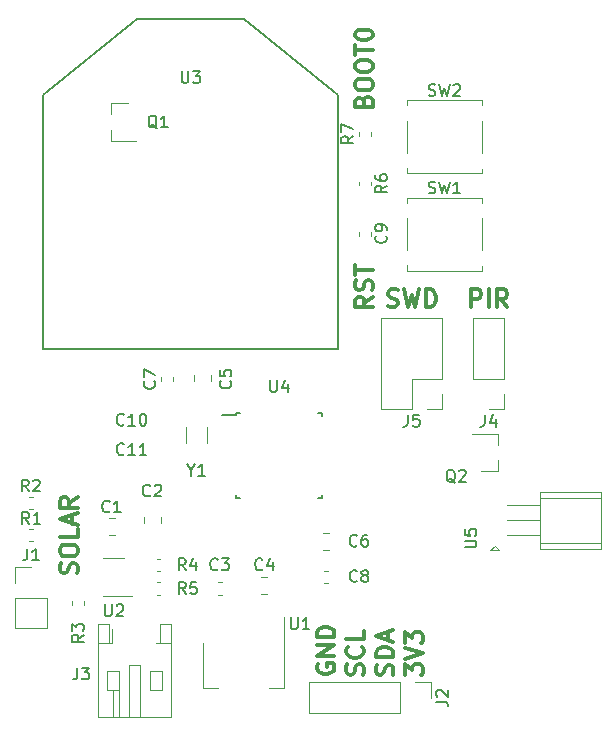
<source format=gto>
G04 #@! TF.GenerationSoftware,KiCad,Pcbnew,(5.0.1-3-g963ef8bb5)*
G04 #@! TF.CreationDate,2018-11-27T14:45:56+00:00*
G04 #@! TF.ProjectId,xbee-sensor,786265652D73656E736F722E6B696361,rev?*
G04 #@! TF.SameCoordinates,Original*
G04 #@! TF.FileFunction,Legend,Top*
G04 #@! TF.FilePolarity,Positive*
%FSLAX46Y46*%
G04 Gerber Fmt 4.6, Leading zero omitted, Abs format (unit mm)*
G04 Created by KiCad (PCBNEW (5.0.1-3-g963ef8bb5)) date Tuesday, 27 November 2018 at 14:45:56*
%MOMM*%
%LPD*%
G01*
G04 APERTURE LIST*
%ADD10C,0.300000*%
%ADD11C,0.120000*%
%ADD12C,0.150000*%
G04 APERTURE END LIST*
D10*
X141857142Y-151321428D02*
X141928571Y-151107142D01*
X141928571Y-150750000D01*
X141857142Y-150607142D01*
X141785714Y-150535714D01*
X141642857Y-150464285D01*
X141500000Y-150464285D01*
X141357142Y-150535714D01*
X141285714Y-150607142D01*
X141214285Y-150750000D01*
X141142857Y-151035714D01*
X141071428Y-151178571D01*
X141000000Y-151250000D01*
X140857142Y-151321428D01*
X140714285Y-151321428D01*
X140571428Y-151250000D01*
X140500000Y-151178571D01*
X140428571Y-151035714D01*
X140428571Y-150678571D01*
X140500000Y-150464285D01*
X141928571Y-149821428D02*
X140428571Y-149821428D01*
X140428571Y-149464285D01*
X140500000Y-149250000D01*
X140642857Y-149107142D01*
X140785714Y-149035714D01*
X141071428Y-148964285D01*
X141285714Y-148964285D01*
X141571428Y-149035714D01*
X141714285Y-149107142D01*
X141857142Y-149250000D01*
X141928571Y-149464285D01*
X141928571Y-149821428D01*
X141500000Y-148392857D02*
X141500000Y-147678571D01*
X141928571Y-148535714D02*
X140428571Y-148035714D01*
X141928571Y-147535714D01*
X139357142Y-151285714D02*
X139428571Y-151071428D01*
X139428571Y-150714285D01*
X139357142Y-150571428D01*
X139285714Y-150500000D01*
X139142857Y-150428571D01*
X139000000Y-150428571D01*
X138857142Y-150500000D01*
X138785714Y-150571428D01*
X138714285Y-150714285D01*
X138642857Y-151000000D01*
X138571428Y-151142857D01*
X138500000Y-151214285D01*
X138357142Y-151285714D01*
X138214285Y-151285714D01*
X138071428Y-151214285D01*
X138000000Y-151142857D01*
X137928571Y-151000000D01*
X137928571Y-150642857D01*
X138000000Y-150428571D01*
X139285714Y-148928571D02*
X139357142Y-149000000D01*
X139428571Y-149214285D01*
X139428571Y-149357142D01*
X139357142Y-149571428D01*
X139214285Y-149714285D01*
X139071428Y-149785714D01*
X138785714Y-149857142D01*
X138571428Y-149857142D01*
X138285714Y-149785714D01*
X138142857Y-149714285D01*
X138000000Y-149571428D01*
X137928571Y-149357142D01*
X137928571Y-149214285D01*
X138000000Y-149000000D01*
X138071428Y-148928571D01*
X139428571Y-147571428D02*
X139428571Y-148285714D01*
X137928571Y-148285714D01*
X142928571Y-151357142D02*
X142928571Y-150428571D01*
X143500000Y-150928571D01*
X143500000Y-150714285D01*
X143571428Y-150571428D01*
X143642857Y-150500000D01*
X143785714Y-150428571D01*
X144142857Y-150428571D01*
X144285714Y-150500000D01*
X144357142Y-150571428D01*
X144428571Y-150714285D01*
X144428571Y-151142857D01*
X144357142Y-151285714D01*
X144285714Y-151357142D01*
X142928571Y-150000000D02*
X144428571Y-149500000D01*
X142928571Y-149000000D01*
X142928571Y-148642857D02*
X142928571Y-147714285D01*
X143500000Y-148214285D01*
X143500000Y-148000000D01*
X143571428Y-147857142D01*
X143642857Y-147785714D01*
X143785714Y-147714285D01*
X144142857Y-147714285D01*
X144285714Y-147785714D01*
X144357142Y-147857142D01*
X144428571Y-148000000D01*
X144428571Y-148428571D01*
X144357142Y-148571428D01*
X144285714Y-148642857D01*
X135500000Y-150392857D02*
X135428571Y-150535714D01*
X135428571Y-150750000D01*
X135500000Y-150964285D01*
X135642857Y-151107142D01*
X135785714Y-151178571D01*
X136071428Y-151250000D01*
X136285714Y-151250000D01*
X136571428Y-151178571D01*
X136714285Y-151107142D01*
X136857142Y-150964285D01*
X136928571Y-150750000D01*
X136928571Y-150607142D01*
X136857142Y-150392857D01*
X136785714Y-150321428D01*
X136285714Y-150321428D01*
X136285714Y-150607142D01*
X136928571Y-149678571D02*
X135428571Y-149678571D01*
X136928571Y-148821428D01*
X135428571Y-148821428D01*
X136928571Y-148107142D02*
X135428571Y-148107142D01*
X135428571Y-147750000D01*
X135500000Y-147535714D01*
X135642857Y-147392857D01*
X135785714Y-147321428D01*
X136071428Y-147250000D01*
X136285714Y-147250000D01*
X136571428Y-147321428D01*
X136714285Y-147392857D01*
X136857142Y-147535714D01*
X136928571Y-147750000D01*
X136928571Y-148107142D01*
X140178571Y-119321428D02*
X139464285Y-119821428D01*
X140178571Y-120178571D02*
X138678571Y-120178571D01*
X138678571Y-119607142D01*
X138750000Y-119464285D01*
X138821428Y-119392857D01*
X138964285Y-119321428D01*
X139178571Y-119321428D01*
X139321428Y-119392857D01*
X139392857Y-119464285D01*
X139464285Y-119607142D01*
X139464285Y-120178571D01*
X140107142Y-118750000D02*
X140178571Y-118535714D01*
X140178571Y-118178571D01*
X140107142Y-118035714D01*
X140035714Y-117964285D01*
X139892857Y-117892857D01*
X139750000Y-117892857D01*
X139607142Y-117964285D01*
X139535714Y-118035714D01*
X139464285Y-118178571D01*
X139392857Y-118464285D01*
X139321428Y-118607142D01*
X139250000Y-118678571D01*
X139107142Y-118750000D01*
X138964285Y-118750000D01*
X138821428Y-118678571D01*
X138750000Y-118607142D01*
X138678571Y-118464285D01*
X138678571Y-118107142D01*
X138750000Y-117892857D01*
X138678571Y-117464285D02*
X138678571Y-116607142D01*
X140178571Y-117035714D02*
X138678571Y-117035714D01*
X139392857Y-102750000D02*
X139464285Y-102535714D01*
X139535714Y-102464285D01*
X139678571Y-102392857D01*
X139892857Y-102392857D01*
X140035714Y-102464285D01*
X140107142Y-102535714D01*
X140178571Y-102678571D01*
X140178571Y-103250000D01*
X138678571Y-103250000D01*
X138678571Y-102750000D01*
X138750000Y-102607142D01*
X138821428Y-102535714D01*
X138964285Y-102464285D01*
X139107142Y-102464285D01*
X139250000Y-102535714D01*
X139321428Y-102607142D01*
X139392857Y-102750000D01*
X139392857Y-103250000D01*
X138678571Y-101464285D02*
X138678571Y-101178571D01*
X138750000Y-101035714D01*
X138892857Y-100892857D01*
X139178571Y-100821428D01*
X139678571Y-100821428D01*
X139964285Y-100892857D01*
X140107142Y-101035714D01*
X140178571Y-101178571D01*
X140178571Y-101464285D01*
X140107142Y-101607142D01*
X139964285Y-101750000D01*
X139678571Y-101821428D01*
X139178571Y-101821428D01*
X138892857Y-101750000D01*
X138750000Y-101607142D01*
X138678571Y-101464285D01*
X138678571Y-99892857D02*
X138678571Y-99607142D01*
X138750000Y-99464285D01*
X138892857Y-99321428D01*
X139178571Y-99250000D01*
X139678571Y-99250000D01*
X139964285Y-99321428D01*
X140107142Y-99464285D01*
X140178571Y-99607142D01*
X140178571Y-99892857D01*
X140107142Y-100035714D01*
X139964285Y-100178571D01*
X139678571Y-100250000D01*
X139178571Y-100250000D01*
X138892857Y-100178571D01*
X138750000Y-100035714D01*
X138678571Y-99892857D01*
X138678571Y-98821428D02*
X138678571Y-97964285D01*
X140178571Y-98392857D02*
X138678571Y-98392857D01*
X138678571Y-97178571D02*
X138678571Y-97035714D01*
X138750000Y-96892857D01*
X138821428Y-96821428D01*
X138964285Y-96750000D01*
X139250000Y-96678571D01*
X139607142Y-96678571D01*
X139892857Y-96750000D01*
X140035714Y-96821428D01*
X140107142Y-96892857D01*
X140178571Y-97035714D01*
X140178571Y-97178571D01*
X140107142Y-97321428D01*
X140035714Y-97392857D01*
X139892857Y-97464285D01*
X139607142Y-97535714D01*
X139250000Y-97535714D01*
X138964285Y-97464285D01*
X138821428Y-97392857D01*
X138750000Y-97321428D01*
X138678571Y-97178571D01*
X115107142Y-142714285D02*
X115178571Y-142500000D01*
X115178571Y-142142857D01*
X115107142Y-142000000D01*
X115035714Y-141928571D01*
X114892857Y-141857142D01*
X114750000Y-141857142D01*
X114607142Y-141928571D01*
X114535714Y-142000000D01*
X114464285Y-142142857D01*
X114392857Y-142428571D01*
X114321428Y-142571428D01*
X114250000Y-142642857D01*
X114107142Y-142714285D01*
X113964285Y-142714285D01*
X113821428Y-142642857D01*
X113750000Y-142571428D01*
X113678571Y-142428571D01*
X113678571Y-142071428D01*
X113750000Y-141857142D01*
X113678571Y-140928571D02*
X113678571Y-140642857D01*
X113750000Y-140500000D01*
X113892857Y-140357142D01*
X114178571Y-140285714D01*
X114678571Y-140285714D01*
X114964285Y-140357142D01*
X115107142Y-140500000D01*
X115178571Y-140642857D01*
X115178571Y-140928571D01*
X115107142Y-141071428D01*
X114964285Y-141214285D01*
X114678571Y-141285714D01*
X114178571Y-141285714D01*
X113892857Y-141214285D01*
X113750000Y-141071428D01*
X113678571Y-140928571D01*
X115178571Y-138928571D02*
X115178571Y-139642857D01*
X113678571Y-139642857D01*
X114750000Y-138500000D02*
X114750000Y-137785714D01*
X115178571Y-138642857D02*
X113678571Y-138142857D01*
X115178571Y-137642857D01*
X115178571Y-136285714D02*
X114464285Y-136785714D01*
X115178571Y-137142857D02*
X113678571Y-137142857D01*
X113678571Y-136571428D01*
X113750000Y-136428571D01*
X113821428Y-136357142D01*
X113964285Y-136285714D01*
X114178571Y-136285714D01*
X114321428Y-136357142D01*
X114392857Y-136428571D01*
X114464285Y-136571428D01*
X114464285Y-137142857D01*
X141464285Y-120107142D02*
X141678571Y-120178571D01*
X142035714Y-120178571D01*
X142178571Y-120107142D01*
X142250000Y-120035714D01*
X142321428Y-119892857D01*
X142321428Y-119750000D01*
X142250000Y-119607142D01*
X142178571Y-119535714D01*
X142035714Y-119464285D01*
X141750000Y-119392857D01*
X141607142Y-119321428D01*
X141535714Y-119250000D01*
X141464285Y-119107142D01*
X141464285Y-118964285D01*
X141535714Y-118821428D01*
X141607142Y-118750000D01*
X141750000Y-118678571D01*
X142107142Y-118678571D01*
X142321428Y-118750000D01*
X142821428Y-118678571D02*
X143178571Y-120178571D01*
X143464285Y-119107142D01*
X143750000Y-120178571D01*
X144107142Y-118678571D01*
X144678571Y-120178571D02*
X144678571Y-118678571D01*
X145035714Y-118678571D01*
X145250000Y-118750000D01*
X145392857Y-118892857D01*
X145464285Y-119035714D01*
X145535714Y-119321428D01*
X145535714Y-119535714D01*
X145464285Y-119821428D01*
X145392857Y-119964285D01*
X145250000Y-120107142D01*
X145035714Y-120178571D01*
X144678571Y-120178571D01*
X148500000Y-120178571D02*
X148500000Y-118678571D01*
X149071428Y-118678571D01*
X149214285Y-118750000D01*
X149285714Y-118821428D01*
X149357142Y-118964285D01*
X149357142Y-119178571D01*
X149285714Y-119321428D01*
X149214285Y-119392857D01*
X149071428Y-119464285D01*
X148500000Y-119464285D01*
X150000000Y-120178571D02*
X150000000Y-118678571D01*
X151571428Y-120178571D02*
X151071428Y-119464285D01*
X150714285Y-120178571D02*
X150714285Y-118678571D01*
X151285714Y-118678571D01*
X151428571Y-118750000D01*
X151500000Y-118821428D01*
X151571428Y-118964285D01*
X151571428Y-119178571D01*
X151500000Y-119321428D01*
X151428571Y-119392857D01*
X151285714Y-119464285D01*
X150714285Y-119464285D01*
D11*
G04 #@! TO.C,C1*
X117803922Y-138040000D02*
X118321078Y-138040000D01*
X117803922Y-139460000D02*
X118321078Y-139460000D01*
G04 #@! TO.C,C2*
X122210000Y-138446078D02*
X122210000Y-137928922D01*
X120790000Y-138446078D02*
X120790000Y-137928922D01*
G04 #@! TO.C,C3*
X127375279Y-144510000D02*
X127049721Y-144510000D01*
X127375279Y-143490000D02*
X127049721Y-143490000D01*
G04 #@! TO.C,C4*
X130741422Y-143040000D02*
X131258578Y-143040000D01*
X130741422Y-144460000D02*
X131258578Y-144460000D01*
G04 #@! TO.C,C5*
X126460000Y-126446078D02*
X126460000Y-125928922D01*
X125040000Y-126446078D02*
X125040000Y-125928922D01*
G04 #@! TO.C,C7*
X123260000Y-126450279D02*
X123260000Y-126124721D01*
X122240000Y-126450279D02*
X122240000Y-126124721D01*
G04 #@! TO.C,J1*
X109920000Y-147370000D02*
X112580000Y-147370000D01*
X109920000Y-144770000D02*
X109920000Y-147370000D01*
X112580000Y-144770000D02*
X112580000Y-147370000D01*
X109920000Y-144770000D02*
X112580000Y-144770000D01*
X109920000Y-143500000D02*
X109920000Y-142170000D01*
X109920000Y-142170000D02*
X111250000Y-142170000D01*
G04 #@! TO.C,J2*
X134800000Y-151920000D02*
X134800000Y-154580000D01*
X142480000Y-151920000D02*
X134800000Y-151920000D01*
X142480000Y-154580000D02*
X134800000Y-154580000D01*
X142480000Y-151920000D02*
X142480000Y-154580000D01*
X143750000Y-151920000D02*
X145080000Y-151920000D01*
X145080000Y-151920000D02*
X145080000Y-153250000D01*
G04 #@! TO.C,J3*
X118140000Y-148640000D02*
X117860000Y-148640000D01*
X117860000Y-148640000D02*
X117860000Y-147040000D01*
X117860000Y-147040000D02*
X116940000Y-147040000D01*
X116940000Y-147040000D02*
X116940000Y-154860000D01*
X116940000Y-154860000D02*
X123060000Y-154860000D01*
X123060000Y-154860000D02*
X123060000Y-147040000D01*
X123060000Y-147040000D02*
X122140000Y-147040000D01*
X122140000Y-147040000D02*
X122140000Y-148640000D01*
X122140000Y-148640000D02*
X121860000Y-148640000D01*
X119500000Y-154860000D02*
X119500000Y-150500000D01*
X119500000Y-150500000D02*
X120500000Y-150500000D01*
X120500000Y-150500000D02*
X120500000Y-154860000D01*
X116940000Y-148640000D02*
X117860000Y-148640000D01*
X123060000Y-148640000D02*
X122140000Y-148640000D01*
X117700000Y-151000000D02*
X117700000Y-152600000D01*
X117700000Y-152600000D02*
X118700000Y-152600000D01*
X118700000Y-152600000D02*
X118700000Y-151000000D01*
X118700000Y-151000000D02*
X117700000Y-151000000D01*
X122300000Y-151000000D02*
X122300000Y-152600000D01*
X122300000Y-152600000D02*
X121300000Y-152600000D01*
X121300000Y-152600000D02*
X121300000Y-151000000D01*
X121300000Y-151000000D02*
X122300000Y-151000000D01*
X118700000Y-152600000D02*
X118700000Y-154860000D01*
X118200000Y-152600000D02*
X118200000Y-154860000D01*
X118140000Y-148640000D02*
X118140000Y-147425000D01*
G04 #@! TO.C,J4*
X151330000Y-121090000D02*
X148670000Y-121090000D01*
X151330000Y-126230000D02*
X151330000Y-121090000D01*
X148670000Y-126230000D02*
X148670000Y-121090000D01*
X151330000Y-126230000D02*
X148670000Y-126230000D01*
X151330000Y-127500000D02*
X151330000Y-128830000D01*
X151330000Y-128830000D02*
X150000000Y-128830000D01*
G04 #@! TO.C,J5*
X146080000Y-121090000D02*
X140880000Y-121090000D01*
X146080000Y-126230000D02*
X146080000Y-121090000D01*
X140880000Y-128830000D02*
X140880000Y-121090000D01*
X146080000Y-126230000D02*
X143480000Y-126230000D01*
X143480000Y-126230000D02*
X143480000Y-128830000D01*
X143480000Y-128830000D02*
X140880000Y-128830000D01*
X146080000Y-127500000D02*
X146080000Y-128830000D01*
X146080000Y-128830000D02*
X144750000Y-128830000D01*
G04 #@! TO.C,Q1*
X117990000Y-102920000D02*
X117990000Y-103850000D01*
X117990000Y-106080000D02*
X117990000Y-105150000D01*
X117990000Y-106080000D02*
X120150000Y-106080000D01*
X117990000Y-102920000D02*
X119450000Y-102920000D01*
G04 #@! TO.C,Q2*
X150760000Y-134080000D02*
X149300000Y-134080000D01*
X150760000Y-130920000D02*
X148600000Y-130920000D01*
X150760000Y-130920000D02*
X150760000Y-131850000D01*
X150760000Y-134080000D02*
X150760000Y-133150000D01*
G04 #@! TO.C,R1*
X111087221Y-140010000D02*
X111412779Y-140010000D01*
X111087221Y-138990000D02*
X111412779Y-138990000D01*
G04 #@! TO.C,R2*
X111049721Y-136240000D02*
X111375279Y-136240000D01*
X111049721Y-137260000D02*
X111375279Y-137260000D01*
G04 #@! TO.C,R3*
X114740000Y-145049721D02*
X114740000Y-145375279D01*
X115760000Y-145049721D02*
X115760000Y-145375279D01*
G04 #@! TO.C,R4*
X121874721Y-141490000D02*
X122200279Y-141490000D01*
X121874721Y-142510000D02*
X122200279Y-142510000D01*
G04 #@! TO.C,R5*
X122200279Y-144510000D02*
X121874721Y-144510000D01*
X122200279Y-143490000D02*
X121874721Y-143490000D01*
G04 #@! TO.C,R6*
X140010000Y-109549721D02*
X140010000Y-109875279D01*
X138990000Y-109549721D02*
X138990000Y-109875279D01*
G04 #@! TO.C,R7*
X140010000Y-105700279D02*
X140010000Y-105374721D01*
X138990000Y-105700279D02*
X138990000Y-105374721D01*
G04 #@! TO.C,SW1*
X143100000Y-116650000D02*
X143100000Y-117100000D01*
X143100000Y-117100000D02*
X149400000Y-117100000D01*
X149400000Y-117100000D02*
X149400000Y-116700000D01*
X143100000Y-115350000D02*
X143100000Y-112650000D01*
X149400000Y-112650000D02*
X149400000Y-115350000D01*
X143100000Y-110900000D02*
X149400000Y-110900000D01*
X149400000Y-110900000D02*
X149400000Y-111350000D01*
X143100000Y-111350000D02*
X143100000Y-110900000D01*
G04 #@! TO.C,SW2*
X143100000Y-103100000D02*
X143100000Y-102650000D01*
X149400000Y-102650000D02*
X149400000Y-103100000D01*
X143100000Y-102650000D02*
X149400000Y-102650000D01*
X149400000Y-104400000D02*
X149400000Y-107100000D01*
X143100000Y-107100000D02*
X143100000Y-104400000D01*
X149400000Y-108850000D02*
X149400000Y-108450000D01*
X143100000Y-108850000D02*
X149400000Y-108850000D01*
X143100000Y-108400000D02*
X143100000Y-108850000D01*
G04 #@! TO.C,U1*
X125840000Y-152410000D02*
X127100000Y-152410000D01*
X132660000Y-152410000D02*
X131400000Y-152410000D01*
X125840000Y-148650000D02*
X125840000Y-152410000D01*
X132660000Y-146400000D02*
X132660000Y-152410000D01*
G04 #@! TO.C,U2*
X119150000Y-141390000D02*
X117350000Y-141390000D01*
X117350000Y-144610000D02*
X119800000Y-144610000D01*
D12*
G04 #@! TO.C,U3*
X112250000Y-123750000D02*
X112250000Y-102250000D01*
X112250000Y-102250000D02*
X120250000Y-95750000D01*
X120250000Y-95750000D02*
X129250000Y-95750000D01*
X129250000Y-95750000D02*
X137250000Y-102250000D01*
X137250000Y-102250000D02*
X137250000Y-123750000D01*
X137250000Y-123750000D02*
X112250000Y-123750000D01*
G04 #@! TO.C,U4*
X128625000Y-129125000D02*
X128625000Y-129350000D01*
X135875000Y-129125000D02*
X135875000Y-129425000D01*
X135875000Y-136375000D02*
X135875000Y-136075000D01*
X128625000Y-136375000D02*
X128625000Y-136075000D01*
X128625000Y-129125000D02*
X128925000Y-129125000D01*
X128625000Y-136375000D02*
X128925000Y-136375000D01*
X135875000Y-136375000D02*
X135575000Y-136375000D01*
X135875000Y-129125000D02*
X135575000Y-129125000D01*
X128625000Y-129350000D02*
X127400000Y-129350000D01*
D11*
G04 #@! TO.C,Y1*
X124375000Y-130325000D02*
X124375000Y-131675000D01*
X126125000Y-130325000D02*
X126125000Y-131675000D01*
G04 #@! TO.C,U5*
X150881000Y-140770000D02*
X150500000Y-140389000D01*
X150119000Y-140770000D02*
X150881000Y-140770000D01*
X150500000Y-140389000D02*
X150119000Y-140770000D01*
X154310000Y-136325000D02*
X159517000Y-136325000D01*
X154310000Y-140135000D02*
X159517000Y-140135000D01*
X151520000Y-139500000D02*
X154310000Y-139500000D01*
X151520000Y-138230000D02*
X154310000Y-138230000D01*
X151520000Y-136960000D02*
X154310000Y-136960000D01*
X154310000Y-140630000D02*
X154310000Y-135830000D01*
X154310000Y-135830000D02*
X159500000Y-135830000D01*
X159500000Y-135830000D02*
X159500000Y-140630000D01*
X159500000Y-140630000D02*
X154310000Y-140630000D01*
G04 #@! TO.C,C6*
X136446078Y-140710000D02*
X135928922Y-140710000D01*
X136446078Y-139290000D02*
X135928922Y-139290000D01*
G04 #@! TO.C,C8*
X136375279Y-142490000D02*
X136049721Y-142490000D01*
X136375279Y-143510000D02*
X136049721Y-143510000D01*
G04 #@! TO.C,C9*
X140010000Y-113799721D02*
X140010000Y-114125279D01*
X138990000Y-113799721D02*
X138990000Y-114125279D01*
G04 #@! TO.C,C1*
D12*
X117895833Y-137457142D02*
X117848214Y-137504761D01*
X117705357Y-137552380D01*
X117610119Y-137552380D01*
X117467261Y-137504761D01*
X117372023Y-137409523D01*
X117324404Y-137314285D01*
X117276785Y-137123809D01*
X117276785Y-136980952D01*
X117324404Y-136790476D01*
X117372023Y-136695238D01*
X117467261Y-136600000D01*
X117610119Y-136552380D01*
X117705357Y-136552380D01*
X117848214Y-136600000D01*
X117895833Y-136647619D01*
X118848214Y-137552380D02*
X118276785Y-137552380D01*
X118562500Y-137552380D02*
X118562500Y-136552380D01*
X118467261Y-136695238D01*
X118372023Y-136790476D01*
X118276785Y-136838095D01*
G04 #@! TO.C,C2*
X121333333Y-136107142D02*
X121285714Y-136154761D01*
X121142857Y-136202380D01*
X121047619Y-136202380D01*
X120904761Y-136154761D01*
X120809523Y-136059523D01*
X120761904Y-135964285D01*
X120714285Y-135773809D01*
X120714285Y-135630952D01*
X120761904Y-135440476D01*
X120809523Y-135345238D01*
X120904761Y-135250000D01*
X121047619Y-135202380D01*
X121142857Y-135202380D01*
X121285714Y-135250000D01*
X121333333Y-135297619D01*
X121714285Y-135297619D02*
X121761904Y-135250000D01*
X121857142Y-135202380D01*
X122095238Y-135202380D01*
X122190476Y-135250000D01*
X122238095Y-135297619D01*
X122285714Y-135392857D01*
X122285714Y-135488095D01*
X122238095Y-135630952D01*
X121666666Y-136202380D01*
X122285714Y-136202380D01*
G04 #@! TO.C,C3*
X127045833Y-142357142D02*
X126998214Y-142404761D01*
X126855357Y-142452380D01*
X126760119Y-142452380D01*
X126617261Y-142404761D01*
X126522023Y-142309523D01*
X126474404Y-142214285D01*
X126426785Y-142023809D01*
X126426785Y-141880952D01*
X126474404Y-141690476D01*
X126522023Y-141595238D01*
X126617261Y-141500000D01*
X126760119Y-141452380D01*
X126855357Y-141452380D01*
X126998214Y-141500000D01*
X127045833Y-141547619D01*
X127379166Y-141452380D02*
X127998214Y-141452380D01*
X127664880Y-141833333D01*
X127807738Y-141833333D01*
X127902976Y-141880952D01*
X127950595Y-141928571D01*
X127998214Y-142023809D01*
X127998214Y-142261904D01*
X127950595Y-142357142D01*
X127902976Y-142404761D01*
X127807738Y-142452380D01*
X127522023Y-142452380D01*
X127426785Y-142404761D01*
X127379166Y-142357142D01*
G04 #@! TO.C,C4*
X130833333Y-142357142D02*
X130785714Y-142404761D01*
X130642857Y-142452380D01*
X130547619Y-142452380D01*
X130404761Y-142404761D01*
X130309523Y-142309523D01*
X130261904Y-142214285D01*
X130214285Y-142023809D01*
X130214285Y-141880952D01*
X130261904Y-141690476D01*
X130309523Y-141595238D01*
X130404761Y-141500000D01*
X130547619Y-141452380D01*
X130642857Y-141452380D01*
X130785714Y-141500000D01*
X130833333Y-141547619D01*
X131690476Y-141785714D02*
X131690476Y-142452380D01*
X131452380Y-141404761D02*
X131214285Y-142119047D01*
X131833333Y-142119047D01*
G04 #@! TO.C,C5*
X128107142Y-126416666D02*
X128154761Y-126464285D01*
X128202380Y-126607142D01*
X128202380Y-126702380D01*
X128154761Y-126845238D01*
X128059523Y-126940476D01*
X127964285Y-126988095D01*
X127773809Y-127035714D01*
X127630952Y-127035714D01*
X127440476Y-126988095D01*
X127345238Y-126940476D01*
X127250000Y-126845238D01*
X127202380Y-126702380D01*
X127202380Y-126607142D01*
X127250000Y-126464285D01*
X127297619Y-126416666D01*
X127202380Y-125511904D02*
X127202380Y-125988095D01*
X127678571Y-126035714D01*
X127630952Y-125988095D01*
X127583333Y-125892857D01*
X127583333Y-125654761D01*
X127630952Y-125559523D01*
X127678571Y-125511904D01*
X127773809Y-125464285D01*
X128011904Y-125464285D01*
X128107142Y-125511904D01*
X128154761Y-125559523D01*
X128202380Y-125654761D01*
X128202380Y-125892857D01*
X128154761Y-125988095D01*
X128107142Y-126035714D01*
G04 #@! TO.C,C7*
X121677142Y-126454166D02*
X121724761Y-126501785D01*
X121772380Y-126644642D01*
X121772380Y-126739880D01*
X121724761Y-126882738D01*
X121629523Y-126977976D01*
X121534285Y-127025595D01*
X121343809Y-127073214D01*
X121200952Y-127073214D01*
X121010476Y-127025595D01*
X120915238Y-126977976D01*
X120820000Y-126882738D01*
X120772380Y-126739880D01*
X120772380Y-126644642D01*
X120820000Y-126501785D01*
X120867619Y-126454166D01*
X120772380Y-126120833D02*
X120772380Y-125454166D01*
X121772380Y-125882738D01*
G04 #@! TO.C,J1*
X110916666Y-140622380D02*
X110916666Y-141336666D01*
X110869047Y-141479523D01*
X110773809Y-141574761D01*
X110630952Y-141622380D01*
X110535714Y-141622380D01*
X111916666Y-141622380D02*
X111345238Y-141622380D01*
X111630952Y-141622380D02*
X111630952Y-140622380D01*
X111535714Y-140765238D01*
X111440476Y-140860476D01*
X111345238Y-140908095D01*
G04 #@! TO.C,J2*
X145532380Y-153583333D02*
X146246666Y-153583333D01*
X146389523Y-153630952D01*
X146484761Y-153726190D01*
X146532380Y-153869047D01*
X146532380Y-153964285D01*
X145627619Y-153154761D02*
X145580000Y-153107142D01*
X145532380Y-153011904D01*
X145532380Y-152773809D01*
X145580000Y-152678571D01*
X145627619Y-152630952D01*
X145722857Y-152583333D01*
X145818095Y-152583333D01*
X145960952Y-152630952D01*
X146532380Y-153202380D01*
X146532380Y-152583333D01*
G04 #@! TO.C,J3*
X115166666Y-150702380D02*
X115166666Y-151416666D01*
X115119047Y-151559523D01*
X115023809Y-151654761D01*
X114880952Y-151702380D01*
X114785714Y-151702380D01*
X115547619Y-150702380D02*
X116166666Y-150702380D01*
X115833333Y-151083333D01*
X115976190Y-151083333D01*
X116071428Y-151130952D01*
X116119047Y-151178571D01*
X116166666Y-151273809D01*
X116166666Y-151511904D01*
X116119047Y-151607142D01*
X116071428Y-151654761D01*
X115976190Y-151702380D01*
X115690476Y-151702380D01*
X115595238Y-151654761D01*
X115547619Y-151607142D01*
G04 #@! TO.C,J4*
X149666666Y-129282380D02*
X149666666Y-129996666D01*
X149619047Y-130139523D01*
X149523809Y-130234761D01*
X149380952Y-130282380D01*
X149285714Y-130282380D01*
X150571428Y-129615714D02*
X150571428Y-130282380D01*
X150333333Y-129234761D02*
X150095238Y-129949047D01*
X150714285Y-129949047D01*
G04 #@! TO.C,J5*
X143146666Y-129282380D02*
X143146666Y-129996666D01*
X143099047Y-130139523D01*
X143003809Y-130234761D01*
X142860952Y-130282380D01*
X142765714Y-130282380D01*
X144099047Y-129282380D02*
X143622857Y-129282380D01*
X143575238Y-129758571D01*
X143622857Y-129710952D01*
X143718095Y-129663333D01*
X143956190Y-129663333D01*
X144051428Y-129710952D01*
X144099047Y-129758571D01*
X144146666Y-129853809D01*
X144146666Y-130091904D01*
X144099047Y-130187142D01*
X144051428Y-130234761D01*
X143956190Y-130282380D01*
X143718095Y-130282380D01*
X143622857Y-130234761D01*
X143575238Y-130187142D01*
G04 #@! TO.C,Q1*
X121904761Y-105047619D02*
X121809523Y-105000000D01*
X121714285Y-104904761D01*
X121571428Y-104761904D01*
X121476190Y-104714285D01*
X121380952Y-104714285D01*
X121428571Y-104952380D02*
X121333333Y-104904761D01*
X121238095Y-104809523D01*
X121190476Y-104619047D01*
X121190476Y-104285714D01*
X121238095Y-104095238D01*
X121333333Y-104000000D01*
X121428571Y-103952380D01*
X121619047Y-103952380D01*
X121714285Y-104000000D01*
X121809523Y-104095238D01*
X121857142Y-104285714D01*
X121857142Y-104619047D01*
X121809523Y-104809523D01*
X121714285Y-104904761D01*
X121619047Y-104952380D01*
X121428571Y-104952380D01*
X122809523Y-104952380D02*
X122238095Y-104952380D01*
X122523809Y-104952380D02*
X122523809Y-103952380D01*
X122428571Y-104095238D01*
X122333333Y-104190476D01*
X122238095Y-104238095D01*
G04 #@! TO.C,Q2*
X147154761Y-135047619D02*
X147059523Y-135000000D01*
X146964285Y-134904761D01*
X146821428Y-134761904D01*
X146726190Y-134714285D01*
X146630952Y-134714285D01*
X146678571Y-134952380D02*
X146583333Y-134904761D01*
X146488095Y-134809523D01*
X146440476Y-134619047D01*
X146440476Y-134285714D01*
X146488095Y-134095238D01*
X146583333Y-134000000D01*
X146678571Y-133952380D01*
X146869047Y-133952380D01*
X146964285Y-134000000D01*
X147059523Y-134095238D01*
X147107142Y-134285714D01*
X147107142Y-134619047D01*
X147059523Y-134809523D01*
X146964285Y-134904761D01*
X146869047Y-134952380D01*
X146678571Y-134952380D01*
X147488095Y-134047619D02*
X147535714Y-134000000D01*
X147630952Y-133952380D01*
X147869047Y-133952380D01*
X147964285Y-134000000D01*
X148011904Y-134047619D01*
X148059523Y-134142857D01*
X148059523Y-134238095D01*
X148011904Y-134380952D01*
X147440476Y-134952380D01*
X148059523Y-134952380D01*
G04 #@! TO.C,R1*
X111083333Y-138522380D02*
X110750000Y-138046190D01*
X110511904Y-138522380D02*
X110511904Y-137522380D01*
X110892857Y-137522380D01*
X110988095Y-137570000D01*
X111035714Y-137617619D01*
X111083333Y-137712857D01*
X111083333Y-137855714D01*
X111035714Y-137950952D01*
X110988095Y-137998571D01*
X110892857Y-138046190D01*
X110511904Y-138046190D01*
X112035714Y-138522380D02*
X111464285Y-138522380D01*
X111750000Y-138522380D02*
X111750000Y-137522380D01*
X111654761Y-137665238D01*
X111559523Y-137760476D01*
X111464285Y-137808095D01*
G04 #@! TO.C,R2*
X111045833Y-135772380D02*
X110712500Y-135296190D01*
X110474404Y-135772380D02*
X110474404Y-134772380D01*
X110855357Y-134772380D01*
X110950595Y-134820000D01*
X110998214Y-134867619D01*
X111045833Y-134962857D01*
X111045833Y-135105714D01*
X110998214Y-135200952D01*
X110950595Y-135248571D01*
X110855357Y-135296190D01*
X110474404Y-135296190D01*
X111426785Y-134867619D02*
X111474404Y-134820000D01*
X111569642Y-134772380D01*
X111807738Y-134772380D01*
X111902976Y-134820000D01*
X111950595Y-134867619D01*
X111998214Y-134962857D01*
X111998214Y-135058095D01*
X111950595Y-135200952D01*
X111379166Y-135772380D01*
X111998214Y-135772380D01*
G04 #@! TO.C,R3*
X115702380Y-147916666D02*
X115226190Y-148250000D01*
X115702380Y-148488095D02*
X114702380Y-148488095D01*
X114702380Y-148107142D01*
X114750000Y-148011904D01*
X114797619Y-147964285D01*
X114892857Y-147916666D01*
X115035714Y-147916666D01*
X115130952Y-147964285D01*
X115178571Y-148011904D01*
X115226190Y-148107142D01*
X115226190Y-148488095D01*
X114702380Y-147583333D02*
X114702380Y-146964285D01*
X115083333Y-147297619D01*
X115083333Y-147154761D01*
X115130952Y-147059523D01*
X115178571Y-147011904D01*
X115273809Y-146964285D01*
X115511904Y-146964285D01*
X115607142Y-147011904D01*
X115654761Y-147059523D01*
X115702380Y-147154761D01*
X115702380Y-147440476D01*
X115654761Y-147535714D01*
X115607142Y-147583333D01*
G04 #@! TO.C,R4*
X124333333Y-142452380D02*
X124000000Y-141976190D01*
X123761904Y-142452380D02*
X123761904Y-141452380D01*
X124142857Y-141452380D01*
X124238095Y-141500000D01*
X124285714Y-141547619D01*
X124333333Y-141642857D01*
X124333333Y-141785714D01*
X124285714Y-141880952D01*
X124238095Y-141928571D01*
X124142857Y-141976190D01*
X123761904Y-141976190D01*
X125190476Y-141785714D02*
X125190476Y-142452380D01*
X124952380Y-141404761D02*
X124714285Y-142119047D01*
X125333333Y-142119047D01*
G04 #@! TO.C,R5*
X124333333Y-144452380D02*
X124000000Y-143976190D01*
X123761904Y-144452380D02*
X123761904Y-143452380D01*
X124142857Y-143452380D01*
X124238095Y-143500000D01*
X124285714Y-143547619D01*
X124333333Y-143642857D01*
X124333333Y-143785714D01*
X124285714Y-143880952D01*
X124238095Y-143928571D01*
X124142857Y-143976190D01*
X123761904Y-143976190D01*
X125238095Y-143452380D02*
X124761904Y-143452380D01*
X124714285Y-143928571D01*
X124761904Y-143880952D01*
X124857142Y-143833333D01*
X125095238Y-143833333D01*
X125190476Y-143880952D01*
X125238095Y-143928571D01*
X125285714Y-144023809D01*
X125285714Y-144261904D01*
X125238095Y-144357142D01*
X125190476Y-144404761D01*
X125095238Y-144452380D01*
X124857142Y-144452380D01*
X124761904Y-144404761D01*
X124714285Y-144357142D01*
G04 #@! TO.C,R6*
X141382380Y-109879166D02*
X140906190Y-110212500D01*
X141382380Y-110450595D02*
X140382380Y-110450595D01*
X140382380Y-110069642D01*
X140430000Y-109974404D01*
X140477619Y-109926785D01*
X140572857Y-109879166D01*
X140715714Y-109879166D01*
X140810952Y-109926785D01*
X140858571Y-109974404D01*
X140906190Y-110069642D01*
X140906190Y-110450595D01*
X140382380Y-109022023D02*
X140382380Y-109212500D01*
X140430000Y-109307738D01*
X140477619Y-109355357D01*
X140620476Y-109450595D01*
X140810952Y-109498214D01*
X141191904Y-109498214D01*
X141287142Y-109450595D01*
X141334761Y-109402976D01*
X141382380Y-109307738D01*
X141382380Y-109117261D01*
X141334761Y-109022023D01*
X141287142Y-108974404D01*
X141191904Y-108926785D01*
X140953809Y-108926785D01*
X140858571Y-108974404D01*
X140810952Y-109022023D01*
X140763333Y-109117261D01*
X140763333Y-109307738D01*
X140810952Y-109402976D01*
X140858571Y-109450595D01*
X140953809Y-109498214D01*
G04 #@! TO.C,R7*
X138522380Y-105704166D02*
X138046190Y-106037500D01*
X138522380Y-106275595D02*
X137522380Y-106275595D01*
X137522380Y-105894642D01*
X137570000Y-105799404D01*
X137617619Y-105751785D01*
X137712857Y-105704166D01*
X137855714Y-105704166D01*
X137950952Y-105751785D01*
X137998571Y-105799404D01*
X138046190Y-105894642D01*
X138046190Y-106275595D01*
X137522380Y-105370833D02*
X137522380Y-104704166D01*
X138522380Y-105132738D01*
G04 #@! TO.C,SW1*
X144916666Y-110504761D02*
X145059523Y-110552380D01*
X145297619Y-110552380D01*
X145392857Y-110504761D01*
X145440476Y-110457142D01*
X145488095Y-110361904D01*
X145488095Y-110266666D01*
X145440476Y-110171428D01*
X145392857Y-110123809D01*
X145297619Y-110076190D01*
X145107142Y-110028571D01*
X145011904Y-109980952D01*
X144964285Y-109933333D01*
X144916666Y-109838095D01*
X144916666Y-109742857D01*
X144964285Y-109647619D01*
X145011904Y-109600000D01*
X145107142Y-109552380D01*
X145345238Y-109552380D01*
X145488095Y-109600000D01*
X145821428Y-109552380D02*
X146059523Y-110552380D01*
X146250000Y-109838095D01*
X146440476Y-110552380D01*
X146678571Y-109552380D01*
X147583333Y-110552380D02*
X147011904Y-110552380D01*
X147297619Y-110552380D02*
X147297619Y-109552380D01*
X147202380Y-109695238D01*
X147107142Y-109790476D01*
X147011904Y-109838095D01*
G04 #@! TO.C,SW2*
X144916666Y-102254761D02*
X145059523Y-102302380D01*
X145297619Y-102302380D01*
X145392857Y-102254761D01*
X145440476Y-102207142D01*
X145488095Y-102111904D01*
X145488095Y-102016666D01*
X145440476Y-101921428D01*
X145392857Y-101873809D01*
X145297619Y-101826190D01*
X145107142Y-101778571D01*
X145011904Y-101730952D01*
X144964285Y-101683333D01*
X144916666Y-101588095D01*
X144916666Y-101492857D01*
X144964285Y-101397619D01*
X145011904Y-101350000D01*
X145107142Y-101302380D01*
X145345238Y-101302380D01*
X145488095Y-101350000D01*
X145821428Y-101302380D02*
X146059523Y-102302380D01*
X146250000Y-101588095D01*
X146440476Y-102302380D01*
X146678571Y-101302380D01*
X147011904Y-101397619D02*
X147059523Y-101350000D01*
X147154761Y-101302380D01*
X147392857Y-101302380D01*
X147488095Y-101350000D01*
X147535714Y-101397619D01*
X147583333Y-101492857D01*
X147583333Y-101588095D01*
X147535714Y-101730952D01*
X146964285Y-102302380D01*
X147583333Y-102302380D01*
G04 #@! TO.C,U1*
X133238095Y-146452380D02*
X133238095Y-147261904D01*
X133285714Y-147357142D01*
X133333333Y-147404761D01*
X133428571Y-147452380D01*
X133619047Y-147452380D01*
X133714285Y-147404761D01*
X133761904Y-147357142D01*
X133809523Y-147261904D01*
X133809523Y-146452380D01*
X134809523Y-147452380D02*
X134238095Y-147452380D01*
X134523809Y-147452380D02*
X134523809Y-146452380D01*
X134428571Y-146595238D01*
X134333333Y-146690476D01*
X134238095Y-146738095D01*
G04 #@! TO.C,U2*
X117488095Y-145352380D02*
X117488095Y-146161904D01*
X117535714Y-146257142D01*
X117583333Y-146304761D01*
X117678571Y-146352380D01*
X117869047Y-146352380D01*
X117964285Y-146304761D01*
X118011904Y-146257142D01*
X118059523Y-146161904D01*
X118059523Y-145352380D01*
X118488095Y-145447619D02*
X118535714Y-145400000D01*
X118630952Y-145352380D01*
X118869047Y-145352380D01*
X118964285Y-145400000D01*
X119011904Y-145447619D01*
X119059523Y-145542857D01*
X119059523Y-145638095D01*
X119011904Y-145780952D01*
X118440476Y-146352380D01*
X119059523Y-146352380D01*
G04 #@! TO.C,U3*
X123988095Y-100202380D02*
X123988095Y-101011904D01*
X124035714Y-101107142D01*
X124083333Y-101154761D01*
X124178571Y-101202380D01*
X124369047Y-101202380D01*
X124464285Y-101154761D01*
X124511904Y-101107142D01*
X124559523Y-101011904D01*
X124559523Y-100202380D01*
X124940476Y-100202380D02*
X125559523Y-100202380D01*
X125226190Y-100583333D01*
X125369047Y-100583333D01*
X125464285Y-100630952D01*
X125511904Y-100678571D01*
X125559523Y-100773809D01*
X125559523Y-101011904D01*
X125511904Y-101107142D01*
X125464285Y-101154761D01*
X125369047Y-101202380D01*
X125083333Y-101202380D01*
X124988095Y-101154761D01*
X124940476Y-101107142D01*
G04 #@! TO.C,U4*
X131488095Y-126352380D02*
X131488095Y-127161904D01*
X131535714Y-127257142D01*
X131583333Y-127304761D01*
X131678571Y-127352380D01*
X131869047Y-127352380D01*
X131964285Y-127304761D01*
X132011904Y-127257142D01*
X132059523Y-127161904D01*
X132059523Y-126352380D01*
X132964285Y-126685714D02*
X132964285Y-127352380D01*
X132726190Y-126304761D02*
X132488095Y-127019047D01*
X133107142Y-127019047D01*
G04 #@! TO.C,Y1*
X124773809Y-133976190D02*
X124773809Y-134452380D01*
X124440476Y-133452380D02*
X124773809Y-133976190D01*
X125107142Y-133452380D01*
X125964285Y-134452380D02*
X125392857Y-134452380D01*
X125678571Y-134452380D02*
X125678571Y-133452380D01*
X125583333Y-133595238D01*
X125488095Y-133690476D01*
X125392857Y-133738095D01*
G04 #@! TO.C,U5*
X147952380Y-140511904D02*
X148761904Y-140511904D01*
X148857142Y-140464285D01*
X148904761Y-140416666D01*
X148952380Y-140321428D01*
X148952380Y-140130952D01*
X148904761Y-140035714D01*
X148857142Y-139988095D01*
X148761904Y-139940476D01*
X147952380Y-139940476D01*
X147952380Y-138988095D02*
X147952380Y-139464285D01*
X148428571Y-139511904D01*
X148380952Y-139464285D01*
X148333333Y-139369047D01*
X148333333Y-139130952D01*
X148380952Y-139035714D01*
X148428571Y-138988095D01*
X148523809Y-138940476D01*
X148761904Y-138940476D01*
X148857142Y-138988095D01*
X148904761Y-139035714D01*
X148952380Y-139130952D01*
X148952380Y-139369047D01*
X148904761Y-139464285D01*
X148857142Y-139511904D01*
G04 #@! TO.C,C10*
X119107142Y-130107142D02*
X119059523Y-130154761D01*
X118916666Y-130202380D01*
X118821428Y-130202380D01*
X118678571Y-130154761D01*
X118583333Y-130059523D01*
X118535714Y-129964285D01*
X118488095Y-129773809D01*
X118488095Y-129630952D01*
X118535714Y-129440476D01*
X118583333Y-129345238D01*
X118678571Y-129250000D01*
X118821428Y-129202380D01*
X118916666Y-129202380D01*
X119059523Y-129250000D01*
X119107142Y-129297619D01*
X120059523Y-130202380D02*
X119488095Y-130202380D01*
X119773809Y-130202380D02*
X119773809Y-129202380D01*
X119678571Y-129345238D01*
X119583333Y-129440476D01*
X119488095Y-129488095D01*
X120678571Y-129202380D02*
X120773809Y-129202380D01*
X120869047Y-129250000D01*
X120916666Y-129297619D01*
X120964285Y-129392857D01*
X121011904Y-129583333D01*
X121011904Y-129821428D01*
X120964285Y-130011904D01*
X120916666Y-130107142D01*
X120869047Y-130154761D01*
X120773809Y-130202380D01*
X120678571Y-130202380D01*
X120583333Y-130154761D01*
X120535714Y-130107142D01*
X120488095Y-130011904D01*
X120440476Y-129821428D01*
X120440476Y-129583333D01*
X120488095Y-129392857D01*
X120535714Y-129297619D01*
X120583333Y-129250000D01*
X120678571Y-129202380D01*
G04 #@! TO.C,C11*
X119107142Y-132607142D02*
X119059523Y-132654761D01*
X118916666Y-132702380D01*
X118821428Y-132702380D01*
X118678571Y-132654761D01*
X118583333Y-132559523D01*
X118535714Y-132464285D01*
X118488095Y-132273809D01*
X118488095Y-132130952D01*
X118535714Y-131940476D01*
X118583333Y-131845238D01*
X118678571Y-131750000D01*
X118821428Y-131702380D01*
X118916666Y-131702380D01*
X119059523Y-131750000D01*
X119107142Y-131797619D01*
X120059523Y-132702380D02*
X119488095Y-132702380D01*
X119773809Y-132702380D02*
X119773809Y-131702380D01*
X119678571Y-131845238D01*
X119583333Y-131940476D01*
X119488095Y-131988095D01*
X121011904Y-132702380D02*
X120440476Y-132702380D01*
X120726190Y-132702380D02*
X120726190Y-131702380D01*
X120630952Y-131845238D01*
X120535714Y-131940476D01*
X120440476Y-131988095D01*
G04 #@! TO.C,C6*
X138833333Y-140357142D02*
X138785714Y-140404761D01*
X138642857Y-140452380D01*
X138547619Y-140452380D01*
X138404761Y-140404761D01*
X138309523Y-140309523D01*
X138261904Y-140214285D01*
X138214285Y-140023809D01*
X138214285Y-139880952D01*
X138261904Y-139690476D01*
X138309523Y-139595238D01*
X138404761Y-139500000D01*
X138547619Y-139452380D01*
X138642857Y-139452380D01*
X138785714Y-139500000D01*
X138833333Y-139547619D01*
X139690476Y-139452380D02*
X139500000Y-139452380D01*
X139404761Y-139500000D01*
X139357142Y-139547619D01*
X139261904Y-139690476D01*
X139214285Y-139880952D01*
X139214285Y-140261904D01*
X139261904Y-140357142D01*
X139309523Y-140404761D01*
X139404761Y-140452380D01*
X139595238Y-140452380D01*
X139690476Y-140404761D01*
X139738095Y-140357142D01*
X139785714Y-140261904D01*
X139785714Y-140023809D01*
X139738095Y-139928571D01*
X139690476Y-139880952D01*
X139595238Y-139833333D01*
X139404761Y-139833333D01*
X139309523Y-139880952D01*
X139261904Y-139928571D01*
X139214285Y-140023809D01*
G04 #@! TO.C,C8*
X138833333Y-143357142D02*
X138785714Y-143404761D01*
X138642857Y-143452380D01*
X138547619Y-143452380D01*
X138404761Y-143404761D01*
X138309523Y-143309523D01*
X138261904Y-143214285D01*
X138214285Y-143023809D01*
X138214285Y-142880952D01*
X138261904Y-142690476D01*
X138309523Y-142595238D01*
X138404761Y-142500000D01*
X138547619Y-142452380D01*
X138642857Y-142452380D01*
X138785714Y-142500000D01*
X138833333Y-142547619D01*
X139404761Y-142880952D02*
X139309523Y-142833333D01*
X139261904Y-142785714D01*
X139214285Y-142690476D01*
X139214285Y-142642857D01*
X139261904Y-142547619D01*
X139309523Y-142500000D01*
X139404761Y-142452380D01*
X139595238Y-142452380D01*
X139690476Y-142500000D01*
X139738095Y-142547619D01*
X139785714Y-142642857D01*
X139785714Y-142690476D01*
X139738095Y-142785714D01*
X139690476Y-142833333D01*
X139595238Y-142880952D01*
X139404761Y-142880952D01*
X139309523Y-142928571D01*
X139261904Y-142976190D01*
X139214285Y-143071428D01*
X139214285Y-143261904D01*
X139261904Y-143357142D01*
X139309523Y-143404761D01*
X139404761Y-143452380D01*
X139595238Y-143452380D01*
X139690476Y-143404761D01*
X139738095Y-143357142D01*
X139785714Y-143261904D01*
X139785714Y-143071428D01*
X139738095Y-142976190D01*
X139690476Y-142928571D01*
X139595238Y-142880952D01*
G04 #@! TO.C,C9*
X141287142Y-114129166D02*
X141334761Y-114176785D01*
X141382380Y-114319642D01*
X141382380Y-114414880D01*
X141334761Y-114557738D01*
X141239523Y-114652976D01*
X141144285Y-114700595D01*
X140953809Y-114748214D01*
X140810952Y-114748214D01*
X140620476Y-114700595D01*
X140525238Y-114652976D01*
X140430000Y-114557738D01*
X140382380Y-114414880D01*
X140382380Y-114319642D01*
X140430000Y-114176785D01*
X140477619Y-114129166D01*
X141382380Y-113652976D02*
X141382380Y-113462500D01*
X141334761Y-113367261D01*
X141287142Y-113319642D01*
X141144285Y-113224404D01*
X140953809Y-113176785D01*
X140572857Y-113176785D01*
X140477619Y-113224404D01*
X140430000Y-113272023D01*
X140382380Y-113367261D01*
X140382380Y-113557738D01*
X140430000Y-113652976D01*
X140477619Y-113700595D01*
X140572857Y-113748214D01*
X140810952Y-113748214D01*
X140906190Y-113700595D01*
X140953809Y-113652976D01*
X141001428Y-113557738D01*
X141001428Y-113367261D01*
X140953809Y-113272023D01*
X140906190Y-113224404D01*
X140810952Y-113176785D01*
G04 #@! TD*
M02*

</source>
